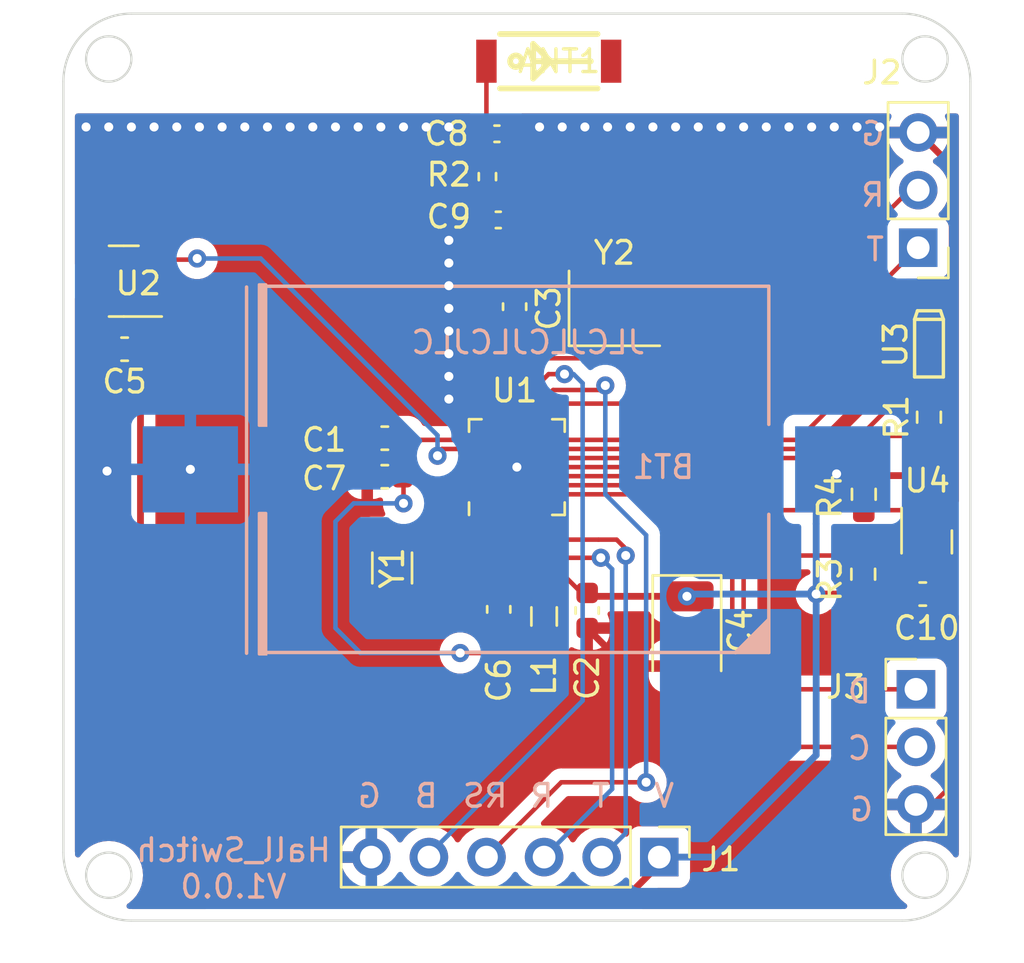
<source format=kicad_pcb>
(kicad_pcb (version 20211014) (generator pcbnew)
  (layers (0 "F.Cu" signal) (31 "B.Cu" signal) (34 "B.Paste" user) (35 "F.Paste" user) (36 "B.SilkS" user "B.Silkscreen") (37 "F.SilkS" user "F.Silkscreen") (38 "B.Mask" user) (39 "F.Mask" user) (44 "Edge.Cuts" user))
  (net 0 "")
  (net 1 "+3V3")
  (net 2 "GND")
  (net 3 "/VDCIA")
  (net 4 "/VINTA")
  (net 5 "/VSW")
  (net 6 "/PB11")
  (net 7 "/TMR1")
  (net 8 "/X32KO")
  (net 9 "/X32KI")
  (net 10 "/RX1")
  (net 11 "/TX1")
  (net 12 "/SWCLK")
  (net 13 "/SWDIO")
  (net 14 "/SDA")
  (net 15 "/SCL")
  (net 16 "/TX0")
  (net 17 "/RX0")
  (net 18 "/RST")
  (net 19 "/BOOT")
  (net 20 "/X32MO")
  (net 21 "/X32MI")
  (net 22 "Net-(ANT1-Pad1)")
  (net 23 "/PA4")
  (net 24 "/ADC1")
  (net 29 "Net-(U1-Pad21)")
  (footprint "Sensor_Humidity:Sensirion_DFN-4-1EP_2x2mm_P1mm_EP0.7x1.6mm" (layer "F.Cu") (at 154.075 129.8 -90)
    (fp_text reference "U4" (at -2.2 -0.025 180) (layer "F.SilkS"))
    (fp_text value "SHTC3")
    (fp_line (start 0 -1.11) (end 1 -1.11) (layer "F.SilkS") (width 0.12))
    (fp_line (start -1 1.11) (end 1 1.11) (layer "F.SilkS") (width 0.12))
    (pad "1" smd roundrect (at -0.925 -0.5 270) (size 0.55 0.35) (layers "F.Cu" "F.Mask") (net 1 "+3V3"))
    (pad "2" smd roundrect (at -0.925 0.5 270) (size 0.55 0.35) (layers "F.Cu" "F.Mask") (net 15 "/SCL"))
    (pad "3" smd roundrect (at 0.925 0.5 270) (size 0.55 0.35) (layers "F.Cu" "F.Mask") (net 14 "/SDA"))
    (pad "4" smd roundrect (at 0.925 -0.5 270) (size 0.55 0.35) (layers "F.Cu" "F.Mask") (net 2 "GND"))
    (pad "5" smd roundrect (at 0 0 270) (size 0.7 1.6) (layers "F.Cu" "F.Mask"))
  )
  (footprint "Package_DFN_QFN:QFN-28-1EP_4x4mm_P0.4mm_EP2.3x2.3mm" (layer "F.Cu") (at 136 127 90)
    (fp_text reference "U1" (at 3.375 -0.1) (layer "F.SilkS"))
    (fp_text value "CH582F")
    (fp_line (start -2.11 2.11) (end -2.11 1.56) (layer "F.SilkS") (width 0.12))
    (fp_line (start 1.56 -2.11) (end 2.11 -2.11) (layer "F.SilkS") (width 0.12))
    (fp_line (start 2.11 -2.11) (end 2.11 -1.56) (layer "F.SilkS") (width 0.12))
    (fp_line (start -1.56 -2.11) (end -2.11 -2.11) (layer "F.SilkS") (width 0.12))
    (fp_line (start -1.56 2.11) (end -2.11 2.11) (layer "F.SilkS") (width 0.12))
    (fp_line (start 2.11 2.11) (end 2.11 1.56) (layer "F.SilkS") (width 0.12))
    (fp_line (start 1.56 2.11) (end 2.11 2.11) (layer "F.SilkS") (width 0.12))
    (pad "1" smd roundrect (at -1.9375 -1.2 90) (size 0.825 0.2) (layers "F.Cu" "F.Paste" "F.Mask") (net 8 "/X32KO"))
    (pad "2" smd roundrect (at -1.9375 -0.8 90) (size 0.825 0.2) (layers "F.Cu" "F.Paste" "F.Mask") (net 9 "/X32KI"))
    (pad "3" smd roundrect (at -1.9375 -0.4 90) (size 0.825 0.2) (layers "F.Cu" "F.Paste" "F.Mask") (net 3 "/VDCIA"))
    (pad "4" smd roundrect (at -1.9375 0 90) (size 0.825 0.2) (layers "F.Cu" "F.Paste" "F.Mask") (net 5 "/VSW"))
    (pad "5" smd roundrect (at -1.9375 0.4 90) (size 0.825 0.2) (layers "F.Cu" "F.Paste" "F.Mask") (net 1 "+3V3"))
    (pad "6" smd roundrect (at -1.9375 0.8 90) (size 0.825 0.2) (layers "F.Cu" "F.Paste" "F.Mask") (net 10 "/RX1"))
    (pad "7" smd roundrect (at -1.9375 1.2 90) (size 0.825 0.2) (layers "F.Cu" "F.Paste" "F.Mask") (net 11 "/TX1"))
    (pad "8" smd roundrect (at -1.2 1.9375 90) (size 0.2 0.825) (layers "F.Cu" "F.Paste" "F.Mask") (net 12 "/SWCLK"))
    (pad "9" smd roundrect (at -0.8 1.9375 90) (size 0.2 0.825) (layers "F.Cu" "F.Paste" "F.Mask") (net 13 "/SWDIO"))
    (pad "10" smd roundrect (at -0.4 1.9375 90) (size 0.2 0.825) (layers "F.Cu" "F.Paste" "F.Mask") (net 14 "/SDA"))
    (pad "11" smd roundrect (at 0 1.9375 90) (size 0.2 0.825) (layers "F.Cu" "F.Paste" "F.Mask") (net 15 "/SCL"))
    (pad "12" smd roundrect (at 0.4 1.9375 90) (size 0.2 0.825) (layers "F.Cu" "F.Paste" "F.Mask") (net 6 "/PB11"))
    (pad "13" smd roundrect (at 0.8 1.9375 90) (size 0.2 0.825) (layers "F.Cu" "F.Paste" "F.Mask") (net 7 "/TMR1"))
    (pad "14" smd roundrect (at 1.2 1.9375 90) (size 0.2 0.825) (layers "F.Cu" "F.Paste" "F.Mask") (net 16 "/TX0"))
    (pad "15" smd roundrect (at 1.9375 1.2 90) (size 0.825 0.2) (layers "F.Cu" "F.Paste" "F.Mask") (net 17 "/RX0"))
    (pad "16" smd roundrect (at 1.9375 0.8 90) (size 0.825 0.2) (layers "F.Cu" "F.Paste" "F.Mask") (net 18 "/RST"))
    (pad "17" smd roundrect (at 1.9375 0.4 90) (size 0.825 0.2) (layers "F.Cu" "F.Paste" "F.Mask") (net 19 "/BOOT"))
    (pad "18" smd roundrect (at 1.9375 0 90) (size 0.825 0.2) (layers "F.Cu" "F.Paste" "F.Mask") (net 20 "/X32MO"))
    (pad "19" smd roundrect (at 1.9375 -0.4 90) (size 0.825 0.2) (layers "F.Cu" "F.Paste" "F.Mask") (net 21 "/X32MI"))
    (pad "20" smd roundrect (at 1.9375 -0.8 90) (size 0.825 0.2) (layers "F.Cu" "F.Paste" "F.Mask") (net 4 "/VINTA"))
    (pad "21" smd roundrect (at 1.9375 -1.2 90) (size 0.825 0.2) (layers "F.Cu" "F.Paste" "F.Mask") (net 29 "Net-(U1-Pad21)"))
    (pad "22" smd roundrect (at 1.2 -1.9375 90) (size 0.2 0.825) (layers "F.Cu" "F.Paste" "F.Mask") (net 3 "/VDCIA"))
    (pad "23" smd roundrect (at 0.8 -1.9375 90) (size 0.2 0.825) (layers "F.Cu" "F.Paste" "F.Mask") (net 23 "/PA4"))
    (pad "24" smd roundrect (at 0.4 -1.9375 90) (size 0.2 0.825) (layers "F.Cu" "F.Paste" "F.Mask") (net 24 "/ADC1"))
    (pad "25" smd roundrect (at 0 -1.9375 90) (size 0.2 0.825) (layers "F.Cu" "F.Paste" "F.Mask"))
    (pad "26" smd roundrect (at -0.4 -1.9375 90) (size 0.2 0.825) (layers "F.Cu" "F.Paste" "F.Mask"))
    (pad "27" smd roundrect (at -0.8 -1.9375 90) (size 0.2 0.825) (layers "F.Cu" "F.Paste" "F.Mask"))
    (pad "28" smd roundrect (at -1.2 -1.9375 90) (size 0.2 0.825) (layers "F.Cu" "F.Paste" "F.Mask"))
    (pad "29" smd rect (at 0 0 90) (size 2.3 2.3) (layers "F.Cu" "F.Mask") (net 2 "GND"))
  )
  (footprint "my_utils:CA-C03" (layer "F.Cu") (at 134.6565 108.1)
    (fp_text reference "ANT1" (at 1.3 1) (layer "F.SilkS") (effects (justify left)))
    (fp_text value "CrossAir_CA-C03")
    (fp_line (start 0.6 -0.2) (end 4.9 -0.2) (layer "F.SilkS") (width 0.254))
    (fp_line (start 2.824 1) (end 2.062 0.238) (layer "F.SilkS") (width 0.254))
    (fp_line (start 2.062 0.238) (end 2.062 1.762) (layer "F.SilkS") (width 0.254))
    (fp_line (start 0.6 2.2) (end 4.9 2.2) (layer "F.SilkS") (width 0.254))
    (fp_line (start 2.062 1.762) (end 2.824 1) (layer "F.SilkS") (width 0.254))
    (fp_line (start 2.062 1) (end 4.602 1) (layer "F.SilkS") (width 0.254))
    (fp_circle (center 1.3 1) (end 1.554 1) (layer "F.SilkS") (width 0.254) (fill none))
    (pad "1" smd rect (at 0 1) (size 0.9 1.9) (layers "F.Cu" "F.Paste" "F.Mask") (net 22 "Net-(ANT1-Pad1)"))
    (pad "2" smd rect (at 5.5 1) (size 0.9 1.9) (layers "F.Cu" "F.Paste" "F.Mask"))
  )
  (footprint "Connector_PinHeader_2.54mm:PinHeader_1x03_P2.54mm_Vertical" (layer "F.Cu") (at 153.6 136.8)
    (fp_text reference "J3" (at -3.1 -0.1) (layer "F.SilkS"))
    (fp_text value "Conn_01x03")
    (fp_line (start 1.33 1.27) (end 1.33 6.41) (layer "F.SilkS") (width 0.12))
    (fp_line (start -1.33 1.27) (end 1.33 1.27) (layer "F.SilkS") (width 0.12))
    (fp_line (start -1.33 -1.33) (end 0 -1.33) (layer "F.SilkS") (width 0.12))
    (fp_line (start -1.33 1.27) (end -1.33 6.41) (layer "F.SilkS") (width 0.12))
    (fp_line (start -1.33 0) (end -1.33 -1.33) (layer "F.SilkS") (width 0.12))
    (fp_line (start -1.33 6.41) (end 1.33 6.41) (layer "F.SilkS") (width 0.12))
    (pad "1" thru_hole rect (at 0 0) (size 1.7 1.7) (drill 1) (layers *.Cu *.Mask) (net 13 "/SWDIO"))
    (pad "2" thru_hole oval (at 0 2.54) (size 1.7 1.7) (drill 1) (layers *.Cu *.Mask) (net 12 "/SWCLK"))
    (pad "3" thru_hole oval (at 0 5.08) (size 1.7 1.7) (drill 1) (layers *.Cu *.Mask) (net 2 "GND"))
  )
  (footprint "Crystal:Crystal_SMD_3215-2Pin_3.2x1.5mm" (layer "F.Cu") (at 130.5 131.45 90)
    (fp_text reference "Y1" (at 0 0 90) (layer "F.SilkS"))
    (fp_text value "32k")
    (fp_line (start -0.675 0.875) (end 0.675 0.875) (layer "F.SilkS") (width 0.12))
    (fp_line (start -0.675 -0.875) (end 0.675 -0.875) (layer "F.SilkS") (width 0.12))
    (pad "1" smd rect (at 1.25 0 90) (size 1 1.8) (layers "F.Cu" "F.Paste" "F.Mask") (net 8 "/X32KO"))
    (pad "2" smd rect (at -1.25 0 90) (size 1 1.8) (layers "F.Cu" "F.Paste" "F.Mask") (net 9 "/X32KI"))
  )
  (footprint "Capacitor_SMD:C_0603_1608Metric" (layer "F.Cu") (at 153.9 132.6)
    (fp_text reference "C10" (at 0.175 1.5) (layer "F.SilkS"))
    (fp_text value "C")
    (fp_line (start -0.14058 -0.51) (end 0.14058 -0.51) (layer "F.SilkS") (width 0.12))
    (fp_line (start -0.14058 0.51) (end 0.14058 0.51) (layer "F.SilkS") (width 0.12))
    (pad "1" smd roundrect (at -0.775 0) (size 0.9 0.95) (layers "F.Cu" "F.Paste" "F.Mask") (net 1 "+3V3"))
    (pad "2" smd roundrect (at 0.775 0) (size 0.9 0.95) (layers "F.Cu" "F.Paste" "F.Mask") (net 2 "GND"))
  )
  (footprint "Capacitor_SMD:C_0603_1608Metric" (layer "F.Cu") (at 135.2 133.275 -90)
    (fp_text reference "C6" (at 3.125 0 90) (layer "F.SilkS"))
    (fp_text value "2.2uf")
    (fp_line (start -0.14058 0.51) (end 0.14058 0.51) (layer "F.SilkS") (width 0.12))
    (fp_line (start -0.14058 -0.51) (end 0.14058 -0.51) (layer "F.SilkS") (width 0.12))
    (pad "1" smd roundrect (at -0.775 0 270) (size 0.9 0.95) (layers "F.Cu" "F.Paste" "F.Mask") (net 3 "/VDCIA"))
    (pad "2" smd roundrect (at 0.775 0 270) (size 0.9 0.95) (layers "F.Cu" "F.Paste" "F.Mask") (net 2 "GND"))
  )
  (footprint "Capacitor_Tantalum_SMD:CP_EIA-3528-21_Kemet-B" (layer "F.Cu") (at 143.5 134.2375 -90)
    (fp_text reference "C4" (at 0 -2.35 90) (layer "F.SilkS"))
    (fp_text value "100uf")
    (fp_line (start 1.75 -1.51) (end -2.46 -1.51) (layer "F.SilkS") (width 0.12))
    (fp_line (start -2.46 -1.51) (end -2.46 1.51) (layer "F.SilkS") (width 0.12))
    (fp_line (start -2.46 1.51) (end 1.75 1.51) (layer "F.SilkS") (width 0.12))
    (pad "1" smd roundrect (at -1.5375 0 270) (size 1.325 2.35) (layers "F.Cu" "F.Paste" "F.Mask") (roundrect_rratio 0.1886792453) (net 1 "+3V3"))
    (pad "2" smd roundrect (at 1.5375 0 270) (size 1.325 2.35) (layers "F.Cu" "F.Paste" "F.Mask") (roundrect_rratio 0.1886792453) (net 2 "GND"))
  )
  (footprint "Resistor_SMD:R_0603_1608Metric" (layer "F.Cu") (at 151.3 128.2 -90)
    (fp_text reference "R4" (at 0.1 1.5 90) (layer "F.SilkS"))
    (fp_text value "10k")
    (fp_line (start -0.237258 -0.5225) (end 0.237258 -0.5225) (layer "F.SilkS") (width 0.12))
    (fp_line (start -0.237258 0.5225) (end 0.237258 0.5225) (layer "F.SilkS") (width 0.12))
    (pad "1" smd roundrect (at -0.825 0 270) (size 0.8 0.95) (layers "F.Cu" "F.Paste" "F.Mask") (net 1 "+3V3"))
    (pad "2" smd roundrect (at 0.825 0 270) (size 0.8 0.95) (layers "F.Cu" "F.Paste" "F.Mask") (net 15 "/SCL"))
  )
  (footprint "Capacitor_SMD:C_0603_1608Metric" (layer "F.Cu") (at 130.175 125.725)
    (fp_text reference "C1" (at -2.675 0.075) (layer "F.SilkS"))
    (fp_text value "0.1uf")
    (fp_line (start -0.14058 -0.51) (end 0.14058 -0.51) (layer "F.SilkS") (width 0.12))
    (fp_line (start -0.14058 0.51) (end 0.14058 0.51) (layer "F.SilkS") (width 0.12))
    (pad "1" smd roundrect (at -0.775 0) (size 0.9 0.95) (layers "F.Cu" "F.Paste" "F.Mask") (net 2 "GND"))
    (pad "2" smd roundrect (at 0.775 0) (size 0.9 0.95) (layers "F.Cu" "F.Paste" "F.Mask") (net 3 "/VDCIA"))
  )
  (footprint "Inductor_SMD:L_0805_2012Metric" (layer "F.Cu") (at 137.2 133.5875 -90)
    (fp_text reference "L1" (at 2.6125 0 90) (layer "F.SilkS"))
    (fp_text value "22uh")
    (fp_line (start -0.399622 0.56) (end 0.399622 0.56) (layer "F.SilkS") (width 0.12))
    (fp_line (start -0.399622 -0.56) (end 0.399622 -0.56) (layer "F.SilkS") (width 0.12))
    (pad "1" smd roundrect (at -1.0625 0 270) (size 0.875 1.2) (layers "F.Cu" "F.Paste" "F.Mask") (net 5 "/VSW"))
    (pad "2" smd roundrect (at 1.0625 0 270) (size 0.875 1.2) (layers "F.Cu" "F.Paste" "F.Mask") (net 3 "/VDCIA"))
  )
  (footprint "Capacitor_SMD:C_0603_1608Metric" (layer "F.Cu") (at 139.1 133.325 90)
    (fp_text reference "C2" (at -2.975 0 90) (layer "F.SilkS"))
    (fp_text value "2.2uf")
    (fp_line (start -0.14058 -0.51) (end 0.14058 -0.51) (layer "F.SilkS") (width 0.12))
    (fp_line (start -0.14058 0.51) (end 0.14058 0.51) (layer "F.SilkS") (width 0.12))
    (pad "1" smd roundrect (at -0.775 0 90) (size 0.9 0.95) (layers "F.Cu" "F.Paste" "F.Mask") (net 2 "GND"))
    (pad "2" smd roundrect (at 0.775 0 90) (size 0.9 0.95) (layers "F.Cu" "F.Paste" "F.Mask") (net 1 "+3V3"))
  )
  (footprint "Capacitor_SMD:C_0603_1608Metric" (layer "F.Cu") (at 118.7 121.8 180)
    (fp_text reference "C5" (at 0 -1.43) (layer "F.SilkS"))
    (fp_text value "0.1uf")
    (fp_line (start -0.14058 -0.51) (end 0.14058 -0.51) (layer "F.SilkS") (width 0.12))
    (fp_line (start -0.14058 0.51) (end 0.14058 0.51) (layer "F.SilkS") (width 0.12))
    (pad "1" smd roundrect (at -0.775 0 180) (size 0.9 0.95) (layers "F.Cu" "F.Paste" "F.Mask") (net 1 "+3V3"))
    (pad "2" smd roundrect (at 0.775 0 180) (size 0.9 0.95) (layers "F.Cu" "F.Paste" "F.Mask") (net 2 "GND"))
  )
  (footprint "Package_TO_SOT_SMD:SOT-23" (layer "F.Cu") (at 118.6625 118.8 180)
    (fp_text reference "U2" (at -0.6375 -0.1) (layer "F.SilkS"))
    (fp_text value "AH3661-HOLL")
    (fp_line (start 0 -1.56) (end 0.65 -1.56) (layer "F.SilkS") (width 0.12))
    (fp_line (start 0 1.56) (end -0.65 1.56) (layer "F.SilkS") (width 0.12))
    (fp_line (start 0 -1.56) (end -1.675 -1.56) (layer "F.SilkS") (width 0.12))
    (fp_line (start 0 1.56) (end 0.65 1.56) (layer "F.SilkS") (width 0.12))
    (pad "1" smd roundrect (at -0.9375 -0.95 180) (size 1.475 0.6) (layers "F.Cu" "F.Paste" "F.Mask") (net 1 "+3V3"))
    (pad "2" smd roundrect (at -0.9375 0.95 180) (size 1.475 0.6) (layers "F.Cu" "F.Paste" "F.Mask") (net 23 "/PA4"))
    (pad "3" smd roundrect (at 0.9375 0 180) (size 1.475 0.6) (layers "F.Cu" "F.Paste" "F.Mask") (net 2 "GND"))
  )
  (footprint "Resistor_SMD:R_0603_1608Metric" (layer "F.Cu") (at 154.175 124.8 90)
    (fp_text reference "R1" (at 0 -1.43 90) (layer "F.SilkS"))
    (fp_text value "1k")
    (fp_line (start -0.237258 0.5225) (end 0.237258 0.5225) (layer "F.SilkS") (width 0.12))
    (fp_line (start -0.237258 -0.5225) (end 0.237258 -0.5225) (layer "F.SilkS") (width 0.12))
    (pad "1" smd roundrect (at -0.825 0 90) (size 0.8 0.95) (layers "F.Cu" "F.Paste" "F.Mask") (net 6 "/PB11"))
    (pad "2" smd roundrect (at 0.825 0 90) (size 0.8 0.95) (layers "F.Cu" "F.Paste" "F.Mask") (net 7 "/TMR1"))
  )
  (footprint "Crystal:Crystal_SMD_3225-4Pin_3.2x2.5mm" (layer "F.Cu") (at 140.3 120)
    (fp_text reference "Y2" (at 0 -2.45) (layer "F.SilkS"))
    (fp_text value "32m")
    (fp_line (start -2 1.65) (end 2 1.65) (layer "F.SilkS") (width 0.12))
    (fp_line (start -2 -1.65) (end -2 1.65) (layer "F.SilkS") (width 0.12))
    (pad "1" smd rect (at -1.1 0.85) (size 1.4 1.2) (layers "F.Cu" "F.Paste" "F.Mask") (net 21 "/X32MI"))
    (pad "2" smd rect (at 1.1 0.85) (size 1.4 1.2) (layers "F.Cu" "F.Paste" "F.Mask") (net 2 "GND"))
    (pad "3" smd rect (at 1.1 -0.85) (size 1.4 1.2) (layers "F.Cu" "F.Paste" "F.Mask") (net 20 "/X32MO"))
    (pad "4" smd rect (at -1.1 -0.85) (size 1.4 1.2) (layers "F.Cu" "F.Paste" "F.Mask") (net 2 "GND"))
  )
  (footprint "Capacitor_SMD:C_0402_1005Metric" (layer "F.Cu") (at 135.18 116.1 180)
    (fp_text reference "C9" (at 2.18 0.141421) (layer "F.SilkS"))
    (fp_text value "TBD")
    (fp_line (start -0.107836 0.36) (end 0.107836 0.36) (layer "F.SilkS") (width 0.12))
    (fp_line (start -0.107836 -0.36) (end 0.107836 -0.36) (layer "F.SilkS") (width 0.12))
    (pad "1" smd roundrect (at -0.48 0 180) (size 0.56 0.62) (layers "F.Cu" "F.Paste" "F.Mask") (net 2 "GND"))
    (pad "2" smd roundrect (at 0.48 0 180) (size 0.56 0.62) (layers "F.Cu" "F.Paste" "F.Mask") (net 29 "Net-(U1-Pad21)"))
  )
  (footprint "Connector_PinHeader_2.54mm:PinHeader_1x03_P2.54mm_Vertical" (layer "F.Cu") (at 153.7 117.325 180)
    (fp_text reference "J2" (at 1.6 7.725) (layer "F.SilkS"))
    (fp_text value "Conn_01x03")
    (fp_line (start 1.33 1.27) (end 1.33 6.41) (layer "F.SilkS") (width 0.12))
    (fp_line (start -1.33 0) (end -1.33 -1.33) (layer "F.SilkS") (width 0.12))
    (fp_line (start -1.33 6.41) (end 1.33 6.41) (layer "F.SilkS") (width 0.12))
    (fp_line (start -1.33 1.27) (end 1.33 1.27) (layer "F.SilkS") (width 0.12))
    (fp_line (start -1.33 1.27) (end -1.33 6.41) (layer "F.SilkS") (width 0.12))
    (fp_line (start -1.33 -1.33) (end 0 -1.33) (layer "F.SilkS") (width 0.12))
    (pad "1" thru_hole rect (at 0 0 180) (size 1.7 1.7) (drill 1) (layers *.Cu *.Mask) (net 16 "/TX0"))
    (pad "2" thru_hole oval (at 0 2.54 180) (size 1.7 1.7) (drill 1) (layers *.Cu *.Mask) (net 17 "/RX0"))
    (pad "3" thru_hole oval (at 0 5.08 180) (size 1.7 1.7) (drill 1) (layers *.Cu *.Mask) (net 2 "GND"))
  )
  (footprint "Capacitor_SMD:C_0603_1608Metric" (layer "F.Cu") (at 130.175 127.425 180)
    (fp_text reference "C7" (at 2.675 -0.075) (layer "F.SilkS"))
    (fp_text value "2.2uf")
    (fp_line (start -0.14058 -0.51) (end 0.14058 -0.51) (layer "F.SilkS") (width 0.12))
    (fp_line (start -0.14058 0.51) (end 0.14058 0.51) (layer "F.SilkS") (width 0.12))
    (pad "1" smd roundrect (at -0.775 0 180) (size 0.9 0.95) (layers "F.Cu" "F.Paste" "F.Mask") (net 3 "/VDCIA"))
    (pad "2" smd roundrect (at 0.775 0 180) (size 0.9 0.95) (layers "F.Cu" "F.Paste" "F.Mask") (net 2 "GND"))
  )
  (footprint "my_utils:DFN-2L_L1.6-W0.8-P0.85-L" (layer "F.Cu") (at 154.175 121.883 90)
    (fp_text reference "U3" (at -0.817 -1.475 90) (layer "F.SilkS") (effects (justify left)))
    (fp_text value "NST1001")
    (fp_line (start 1.778 -0.508) (end 1.778 0.508) (layer "F.SilkS") (width 0.15))
    (fp_line (start -1.015 -0.635) (end 1.398 -0.635) (layer "F.SilkS") (width 0.15))
    (fp_line (start -1.142 -0.635) (end -1.015 -0.635) (layer "F.SilkS") (width 0.15))
    (fp_line (start 1.778 0.508) (end 1.398 0.635) (layer "F.SilkS") (width 0.15))
    (fp_line (start 1.398 -0.635) (end 1.778 -0.508) (layer "F.SilkS") (width 0.15))
    (fp_line (start 1.398 -0.635) (end 1.398 0.635) (layer "F.SilkS") (width 0.15))
    (fp_line (start 1.398 0.635) (end -1.142 0.635) (layer "F.SilkS") (width 0.15))
    (fp_line (start -1.142 0.635) (end -1.142 -0.635) (layer "F.SilkS") (width 0.15))
    (pad "1" smd rect locked (at -0.608 0 90) (size 0.6 0.85) (layers "F.Cu" "F.Paste" "F.Mask") (net 7 "/TMR1"))
    (pad "2" smd rect locked (at 0.608 0 90) (size 1.1 0.85) (layers "F.Cu" "F.Paste" "F.Mask") (net 2 "GND"))
  )
  (footprint "Capacitor_SMD:C_0603_1608Metric" (layer "F.Cu") (at 135.9 119.925 -90)
    (fp_text reference "C3" (at 0.075 -1.5 90) (layer "F.SilkS"))
    (fp_text value "2.2uf")
    (fp_line (start -0.14058 -0.51) (end 0.14058 -0.51) (layer "F.SilkS") (width 0.12))
    (fp_line (start -0.14058 0.51) (end 0.14058 0.51) (layer "F.SilkS") (width 0.12))
    (pad "1" smd roundrect (at -0.775 0 270) (size 0.9 0.95) (layers "F.Cu" "F.Paste" "F.Mask") (net 2 "GND"))
    (pad "2" smd roundrect (at 0.775 0 270) (size 0.9 0.95) (layers "F.Cu" "F.Paste" "F.Mask") (net 4 "/VINTA"))
  )
  (footprint "Capacitor_SMD:C_0402_1005Metric" (layer "F.Cu") (at 135.12 112.3 180)
    (fp_text reference "C8" (at 2.22 0) (layer "F.SilkS"))
    (fp_text value "TBD")
    (fp_line (start -0.107836 0.36) (end 0.107836 0.36) (layer "F.SilkS") (width 0.12))
    (fp_line (start -0.107836 -0.36) (end 0.107836 -0.36) (layer "F.SilkS") (width 0.12))
    (pad "1" smd roundrect (at -0.48 0 180) (size 0.56 0.62) (layers "F.Cu" "F.Paste" "F.Mask") (net 2 "GND"))
    (pad "2" smd roundrect (at 0.48 0 180) (size 0.56 0.62) (layers "F.Cu" "F.Paste" "F.Mask") (net 22 "Net-(ANT1-Pad1)"))
  )
  (footprint "Connector_PinHeader_2.54mm:PinHeader_1x06_P2.54mm_Vertical" (layer "F.Cu") (at 142.28 144.2 -90)
    (fp_text reference "J1" (at 0.1 -2.72 180) (layer "F.SilkS"))
    (fp_text value "Conn_01x06")
    (fp_line (start -1.33 0) (end -1.33 -1.33) (layer "F.SilkS") (width 0.12))
    (fp_line (start -1.33 1.27) (end 1.33 1.27) (layer "F.SilkS") (width 0.12))
    (fp_line (start -1.33 14.03) (end 1.33 14.03) (layer "F.SilkS") (width 0.12))
    (fp_line (start 1.33 1.27) (end 1.33 14.03) (layer "F.SilkS") (width 0.12))
    (fp_line (start -1.33 -1.33) (end 0 -1.33) (layer "F.SilkS") (width 0.12))
    (fp_line (start -1.33 1.27) (end -1.33 14.03) (layer "F.SilkS") (width 0.12))
    (pad "1" thru_hole rect (at 0 0 270) (size 1.7 1.7) (drill 1) (layers *.Cu *.Mask) (net 1 "+3V3"))
    (pad "2" thru_hole oval (at 0 2.54 270) (size 1.7 1.7) (drill 1) (layers *.Cu *.Mask) (net 11 "/TX1"))
    (pad "3" thru_hole oval (at 0 5.08 270) (size 1.7 1.7) (drill 1) (layers *.Cu *.Mask) (net 10 "/RX1"))
    (pad "4" thru_hole oval (at 0 7.62 270) (size 1.7 1.7) (drill 1) (layers *.Cu *.Mask) (net 18 "/RST"))
    (pad "5" thru_hole oval (at 0 10.16 270) (size 1.7 1.7) (drill 1) (layers *.Cu *.Mask) (net 19 "/BOOT"))
    (pad "6" thru_hole oval (at 0 12.7 270) (size 1.7 1.7) (drill 1) (layers *.Cu *.Mask) (net 2 "GND"))
  )
  (footprint "Resistor_SMD:R_0402_1005Metric" (layer "F.Cu") (at 134.7 114.19 -90)
    (fp_text reference "R2" (at -0.085735 1.7) (layer "F.SilkS"))
    (fp_text value "0r")
    (fp_line (start -0.153641 0.38) (end 0.153641 0.38) (layer "F.SilkS") (width 0.12))
    (fp_line (start -0.153641 -0.38) (end 0.153641 -0.38) (layer "F.SilkS") (width 0.12))
    (pad "1" smd roundrect (at -0.51 0 270) (size 0.54 0.64) (layers "F.Cu" "F.Paste" "F.Mask") (net 22 "Net-(ANT1-Pad1)"))
    (pad "2" smd roundrect (at 0.51 0 270) (size 0.54 0.64) (layers "F.Cu" "F.Paste" "F.Mask") (net 29 "Net-(U1-Pad21)"))
  )
  (footprint "Resistor_SMD:R_0603_1608Metric" (layer "F.Cu") (at 151.275 131.725 90)
    (fp_text reference "R3" (at -0.237258 -1.475 90) (layer "F.SilkS"))
    (fp_text value "10k")
    (fp_line (start -0.237258 0.5225) (end 0.237258 0.5225) (layer "F.SilkS") (width 0.12))
    (fp_line (start -0.237258 -0.5225) (end 0.237258 -0.5225) (layer "F.SilkS") (width 0.12))
    (pad "1" smd roundrect (at -0.825 0 90) (size 0.8 0.95) (layers "F.Cu" "F.Paste" "F.Mask") (net 1 "+3V3"))
    (pad "2" smd roundrect (at 0.825 0 90) (size 0.8 0.95) (layers "F.Cu" "F.Paste" "F.Mask") (net 14 "/SDA"))
  )
  (footprint "my_utils:BAT-TH_CR2032-BS-6-1" (layer "B.Cu") (at 135.985 127.1)
    (fp_text reference "BT1" (at 5.015 -0.1) (layer "B.SilkS") (effects (justify right mirror)))
    (fp_text value "Battery_Cell")
    (fp_line (start 9.64 8.076) (end 9.664 8.076) (layer "B.SilkS") (width 0.152))
    (fp_line (start 9.664 8.076) (end 11.126 6.614) (layer "B.SilkS") (width 0.152))
    (fp_line (start -11.906 8.11) (end -11.906 -8.042) (layer "B.SilkS") (width 0.152))
    (fp_line (start 11.126 -8.076) (end 11.126 -1.983) (layer "B.SilkS") (width 0.152))
    (fp_line (start -11.126 -8.076) (end 11.126 -8.076) (layer "B.SilkS") (width 0.152))
    (fp_line (start -11.126 8.076) (end 11.126 8.076) (layer "B.SilkS") (width 0.152))
    (fp_line (start 11.126 8.076) (end 11.126 1.983) (layer "B.SilkS") (width 0.152))
    (fp_poly (pts (xy -11.05 8.152) (xy -11.05 1.932) (xy -11.355 1.932) (xy -11.355 8.152)) (layer "B.SilkS") (width 0.12) (fill solid))
    (fp_poly (pts (xy -11.05 -8.152) (xy -11.05 -1.932) (xy -11.355 -1.932) (xy -11.355 -8.152)) (layer "B.SilkS") (width 0.12) (fill solid))
    (fp_poly (pts (xy 9.652 8.076) (xy 11.126 8.076) (xy 11.126 6.604)) (layer "B.SilkS") (width 0.12) (fill solid))
    (pad "1" smd rect locked (at 14.385 0) (size 4.2 3.8) (layers "B.Cu" "B.Paste" "B.Mask") (net 1 "+3V3"))
    (pad "2" smd rect locked (at -14.385 0) (size 4.2 3.8) (layers "B.Cu" "B.Paste" "B.Mask") (net 2 "GND"))
  )
  (gr_arc (start 119 147) (mid 116.87868 146.12132) (end 116 144) (layer "Edge.Cuts") (width 0.1))
  (gr_circle (center 154 109) (end 154 110) (layer "Edge.Cuts") (width 0.1) (fill none))
  (gr_line (start 116 144) (end 116 110) (layer "Edge.Cuts") (width 0.1))
  (gr_line (start 156 110) (end 156 144) (layer "Edge.Cuts") (width 0.1))
  (gr_line (start 153 147) (end 119 147) (layer "Edge.Cuts") (width 0.1))
  (gr_circle (center 118 145) (end 119 145) (layer "Edge.Cuts") (width 0.1) (fill none))
  (gr_line (start 119 107) (end 153 107) (layer "Edge.Cuts") (width 0.1))
  (gr_arc (start 153 107) (mid 155.12132 107.87868) (end 156 110) (layer "Edge.Cuts") (width 0.1))
  (gr_arc (start 116 110) (mid 116.87868 107.87868) (end 119 107) (layer "Edge.Cuts") (width 0.1))
  (gr_circle (center 118 109) (end 118 110) (layer "Edge.Cuts") (width 0.1) (fill none))
  (gr_arc (start 156 144) (mid 155.12132 146.12132) (end 153 147) (layer "Edge.Cuts") (width 0.1))
  (gr_circle (center 154 145) (end 154 146) (layer "Edge.Cuts") (width 0.1) (fill none))
  (gr_text "R" (at 151.7 115) (layer "B.SilkS") (effects (font (size 1 1)) (justify mirror)))
  (gr_text "G" (at 129.5 141.5) (layer "B.SilkS") (effects (font (size 1 1)) (justify mirror)))
  (gr_text "D" (at 151.1 136.9) (layer "B.SilkS") (effects (font (size 1 1)) (justify mirror)))
  (gr_text "RS" (at 134.6 141.5) (layer "B.SilkS") (effects (font (size 1 1)) (justify mirror)))
  (gr_text "C" (at 151.1 139.4) (layer "B.SilkS") (effects (font (size 1 1)) (justify mirror)))
  (gr_text "T" (at 139.7 141.5) (layer "B.SilkS") (effects (font (size 1 1)) (justify mirror)))
  (gr_text "G" (at 151.2 142.1) (layer "B.SilkS") (effects (font (size 1 1)) (justify mirror)))
  (gr_text "R" (at 137.1 141.5) (layer "B.SilkS") (effects (font (size 1 1)) (justify mirror)))
  (gr_text "JLCJLCJLCJLC\n" (at 136.5 121.5) (layer "B.SilkS") (effects (font (size 1 1)) (justify mirror)))
  (gr_text "V" (at 142.5 141.5) (layer "B.SilkS") (effects (font (size 1 1)) (justify mirror)))
  (gr_text "T" (at 151.8 117.4) (layer "B.SilkS") (effects (font (size 1 1)) (justify mirror)))
  (gr_text "Hall_Switch\nV1.0.0\n" (at 123.5 144.7) (layer "B.SilkS") (effects (font (size 1 1)) (justify mirror)))
  (gr_text "G\n" (at 151.7 112.3) (layer "B.SilkS") (effects (font (size 1 1)) (justify mirror)))
  (gr_text "B" (at 132 141.5) (layer "B.SilkS") (effects (font (size 1 1)) (justify mirror)))
  (segment (start 119.4 121.875) (end 119.4 142.4) (width 0.3) (layer "F.Cu") (net 1))
  (segment (start 151.225 127.3) (end 151.3 127.375) (width 0.3) (layer "F.Cu") (net 1))
  (segment (start 139.25 132.7) (end 139.1 132.55) (width 0.3) (layer "F.Cu") (net 1))
  (segment (start 119.475 121.8) (end 119.4 121.875) (width 0.2) (layer "F.Cu") (net 1))
  (segment (start 119.4 142.4) (end 123 146) (width 0.3) (layer "F.Cu") (net 1))
  (segment (start 151.275 132.55) (end 153.075 132.55) (width 0.2) (layer "F.Cu") (net 1))
  (segment (start 143.5 132.7) (end 139.25 132.7) (width 0.3) (layer "F.Cu") (net 1))
  (segment (start 138.85 132.55) (end 139.1 132.55) (width 0.2) (layer "F.Cu") (net 1))
  (segment (start 119.475 119.875) (end 119.6 119.75) (width 0.2) (layer "F.Cu") (net 1))
  (segment (start 150.1 127.3) (end 151.225 127.3) (width 0.3) (layer "F.Cu") (net 1))
  (segment (start 149.2 132.6) (end 151.225 132.6) (width 0.3) (layer "F.Cu") (net 1))
  (segment (start 154.575 128.175) (end 154.575 128.875) (width 0.3) (layer "F.Cu") (net 1))
  (segment (start 153.775 127.375) (end 154.575 128.175) (width 0.3) (layer "F.Cu") (net 1))
  (segment (start 119.475 121.8) (end 119.475 119.875) (width 0.2) (layer "F.Cu") (net 1))
  (segment (start 151.225 132.6) (end 151.275 132.55) (width 0.3) (layer "F.Cu") (net 1))
  (segment (start 151.3 127.375) (end 153.775 127.375) (width 0.3) (layer "F.Cu") (net 1))
  (segment (start 140.8 146) (end 142.28 144.52) (width 0.3) (layer "F.Cu") (net 1))
  (segment (start 153.075 132.55) (end 153.125 132.6) (width 0.2) (layer "F.Cu") (net 1))
  (segment (start 136.4 128.9375) (end 136.4 130.1) (width 0.2) (layer "F.Cu") (net 1))
  (segment (start 136.4 130.1) (end 138.85 132.55) (width 0.2) (layer "F.Cu") (net 1))
  (segment (start 142.28 144.52) (end 142.28 144.2) (width 0.2) (layer "F.Cu") (net 1))
  (segment (start 123 146) (end 140.8 146) (width 0.3) (layer "F.Cu") (net 1))
  (via (at 150.1 127.3) (size 0.8) (drill 0.4) (layers "F.Cu" "B.Cu") (net 1))
  (via (at 143.5 132.7) (size 0.8) (drill 0.4) (layers "F.Cu" "B.Cu") (net 1))
  (via (at 149.2 132.6) (size 0.8) (drill 0.4) (layers "F.Cu" "B.Cu") (net 1))
  (segment (start 150.37 127.1) (end 149.2 128.27) (width 0.3) (layer "B.Cu") (net 1))
  (segment (start 149.2 132.4) (end 149.2 132.6) (width 0.3) (layer "B.Cu") (net 1))
  (segment (start 144.7 144.2) (end 149.2 139.7) (width 0.3) (layer "B.Cu") (net 1))
  (segment (start 142.28 144.2) (end 144.7 144.2) (width 0.3) (layer "B.Cu") (net 1))
  (segment (start 143.6 132.6) (end 143.5 132.7) (width 0.3) (layer "B.Cu") (net 1))
  (segment (start 149.2 129.5) (end 149.2 132.4) (width 0.3) (layer "B.Cu") (net 1))
  (segment (start 149.2 139.7) (end 149.2 132.6) (width 0.3) (layer "B.Cu") (net 1))
  (segment (start 149.2 128.27) (end 149.2 129.5) (width 0.3) (layer "B.Cu") (net 1))
  (segment (start 149.2 132.6) (end 143.6 132.6) (width 0.3) (layer "B.Cu") (net 1))
  (segment (start 154.675 130.825) (end 154.575 130.725) (width 0.2) (layer "F.Cu") (net 2))
  (segment (start 135.9 119.15) (end 139.2 119.15) (width 0.2) (layer "F.Cu") (net 2))
  (segment (start 155.2 113.745) (end 153.7 112.245) (width 0.3) (layer "F.Cu") (net 2))
  (segment (start 135.9 119.15) (end 135.9 116.34) (width 0.2) (layer "F.Cu") (net 2))
  (segment (start 117.9 127.2) (end 117.925 127.175) (width 0.2) (layer "F.Cu") (net 2))
  (segment (start 135.9 116.34) (end 135.66 116.1) (width 0.2) (layer "F.Cu") (net 2))
  (segment (start 117.925 118.8625) (end 117.8625 118.8) (width 0.2) (layer "F.Cu") (net 2))
  (segment (start 121.6 127.1) (end 129.075 127.1) (width 0.3) (layer "F.Cu") (net 2))
  (segment (start 135.6 116.04) (end 135.66 116.1) (width 0.3) (layer "F.Cu") (net 2))
  (segment (start 143.5 135.775) (end 140.775 135.775) (width 0.3) (layer "F.Cu") (net 2))
  (segment (start 135.6 112.3) (end 135.6 116.04) (width 0.3) (layer "F.Cu") (net 2))
  (segment (start 154.675 132.6) (end 154.675 130.825) (width 0.2) (layer "F.Cu") (net 2))
  (segment (start 154.175 121.275) (end 155.2 120.25) (width 0.3) (layer "F.Cu") (net 2))
  (segment (start 155.2 120.25) (end 155.2 113.745) (width 0.3) (layer "F.Cu") (net 2))
  (segment (start 155.1 141.1) (end 154.32 141.88) (width 0.2) (layer "F.Cu") (net 2))
  (segment (start 117.925 121.8) (end 117.925 127.175) (width 0.2) (layer "F.Cu") (net 2))
  (segment (start 140.775 135.775) (end 139.1 134.1) (width 0.3) (layer "F.Cu") (net 2))
  (segment (start 129.075 127.1) (end 129.4 127.425) (width 0.3) (layer "F.Cu") (net 2))
  (segment (start 154.32 141.88) (end 153.6 141.88) (width 0.2) (layer "F.Cu") (net 2))
  (segment (start 129.4 127.425) (end 129.4 125.725) (width 0.2) (layer "F.Cu") (net 2))
  (segment (start 155.1 133.025) (end 155.1 141.1) (width 0.2) (layer "F.Cu") (net 2))
  (segment (start 117.925 121.8) (end 117.925 118.8625) (width 0.2) (layer "F.Cu") (net 2))
  (segment (start 154.675 132.6) (end 155.1 133.025) (width 0.2) (layer "F.Cu") (net 2))
  (via (at 133 118) (size 0.8) (drill 0.4) (layers "F.Cu" "B.Cu") (net 2))
  (via (at 133 121) (size 0.8) (drill 0.4) (layers "F.Cu" "B.Cu") (net 2))
  (via (at 117 112) (size 0.8) (drill 0.4) (layers "F.Cu" "B.Cu") (net 2))
  (via (at 137 112) (size 0.8) (drill 0.4) (layers "F.Cu" "B.Cu") (net 2))
  (via (at 133 120) (size 0.8) (drill 0.4) (layers "F.Cu" "B.Cu") (net 2))
  (via (at 122 112) (size 0.8) (drill 0.4) (layers "F.Cu" "B.Cu") (net 2))
  (via (at 129 112) (size 0.8) (drill 0.4) (layers "F.Cu" "B.Cu") (net 2))
  (via (at 125 112) (size 0.8) (drill 0.4) (layers "F.Cu" "B.Cu") (net 2))
  (via (at 121 112) (size 0.8) (drill 0.4) (layers "F.Cu" "B.Cu") (net 2))
  (via (at 132 112) (size 0.8) (drill 0.4) (layers "F.Cu" "B.Cu") (net 2))
  (via (at 145 112) (size 0.8) (drill 0.4) (layers "F.Cu" "B.Cu") (net 2))
  (via (at 119 112) (size 0.8) (drill 0.4) (layers "F.Cu" "B.Cu") (net 2))
  (via (at 138 112) (size 0.8) (drill 0.4) (layers "F.Cu" "B.Cu") (net 2))
  (via (at 147 112) (size 0.8) (drill 0.4) (layers "F.Cu" "B.Cu") (net 2))
  (via (at 140 112) (size 0.8) (drill 0.4) (layers "F.Cu" "B.Cu") (net 2))
  (via (at 133 124) (size 0.8) (drill 0.4) (layers "F.Cu" "B.Cu") (net 2))
  (via (at 144 112) (size 0.8) (drill 0.4) (layers "F.Cu" "B.Cu") (net 2))
  (via (at 152 112) (size 0.8) (drill 0.4) (layers "F.Cu" "B.Cu") (net 2))
  (via (at 150 112) (size 0.8) (drill 0.4) (layers "F.Cu" "B.Cu") (net 2))
  (via (at 120 112) (size 0.8) (drill 0.4) (layers "F.Cu" "B.Cu") (net 2))
  (via (at 133 112) (size 0.8) (drill 0.4) (layers "F.Cu" "B.Cu") (net 2))
  (via (at 136 127) (size 0.8) (drill 0.4) (layers "F.Cu" "B.Cu") (net 2))
  (via (at 131 112) (size 0.8) (drill 0.4) (layers "F.Cu" "B.Cu") (net 2))
  (via (at 146 112) (size 0.8) (drill 0.4) (layers "F.Cu" "B.Cu") (net 2))
  (via (at 121.6 127.1) (size 0.8) (drill 0.4) (layers "F.Cu" "B.Cu") (net 2))
  (via (at 128 112) (size 0.8) (drill 0.4) (layers "F.Cu" "B.Cu") (net 2))
  (via (at 141 112) (size 0.8) (drill 0.4) (layers "F.Cu" "B.Cu") (net 2))
  (via (at 151 112) (size 0.8) (drill 0.4) (layers "F.Cu" "B.Cu") (net 2))
  (via (at 118 112) (size 0.8) (drill 0.4) (layers "F.Cu" "B.Cu") (net 2))
  (via (at 126 112) (size 0.8) (drill 0.4) (layers "F.Cu" "B.Cu") (net 2))
  (via (at 142 112) (size 0.8) (drill 0.4) (layers "F.Cu" "B.Cu") (net 2))
  (via (at 143 112) (size 0.8) (drill 0.4) (layers "F.Cu" "B.Cu") (net 2))
  (via (at 133 117) (size 0.8) (drill 0.4) (layers "F.Cu" "B.Cu") (net 2))
  (via (at 133 122) (size 0.8) (drill 0.4) (layers "F.Cu" "B.Cu") (net 2))
  (via (at 117.925 127.175) (size 0.8) (drill 0.4) (layers "F.Cu" "B.Cu") (net 2))
  (via (at 123 112) (size 0.8) (drill 0.4) (layers "F.Cu" "B.Cu") (net 2))
  (via (at 124 112) (size 0.8) (drill 0.4) (layers "F.Cu" "B.Cu") (net 2))
  (via (at 149 112) (size 0.8) (drill 0.4) (layers "F.Cu" "B.Cu") (net 2))
  (via (at 139 112) (size 0.8) (drill 0.4) (layers "F.Cu" "B.Cu") (net 2))
  (via (at 133 119) (size 0.8) (drill 0.4) (layers "F.Cu" "B.Cu") (net 2))
  (via (at 130 112) (size 0.8) (drill 0.4) (layers "F.Cu" "B.Cu") (net 2))
  (via (at 148 112) (size 0.8) (drill 0.4) (layers "F.Cu" "B.Cu") (net 2))
  (via (at 133 123) (size 0.8) (drill 0.4) (layers "F.Cu" "B.Cu") (net 2))
  (via (at 127 112) (size 0.8) (drill 0.4) (layers "F.Cu" "B.Cu") (net 2))
  (segment (start 118 127.1) (end 121.6 127.1) (width 0.2) (layer "B.Cu") (net 2))
  (segment (start 117.925 127.175) (end 118 127.1) (width 0.2) (layer "B.Cu") (net 2))
  (segment (start 135.6 132.1) (end 135.2 132.5) (width 0.2) (layer "F.Cu") (net 3))
  (segment (start 131 127.475) (end 131 128.6) (width 0.2) (layer "F.Cu") (net 3))
  (segment (start 134.0625 125.8) (end 131.025 125.8) (width 0.2) (layer "F.Cu") (net 3))
  (segment (start 130.95 127.425) (end 131 127.475) (width 0.2) (layer "F.Cu") (net 3))
  (segment (start 137.2 134.65) (end 135.2 132.65) (width 0.2) (layer "F.Cu") (net 3))
  (segment (start 130.95 127.425) (end 130.95 125.725) (width 0.2) (layer "F.Cu") (net 3))
  (segment (start 135.2 132.65) (end 135.2 132.5) (width 0.2) (layer "F.Cu") (net 3))
  (segment (start 135.6 128.9375) (end 135.6 132.1) (width 0.2) (layer "F.Cu") (net 3))
  (segment (start 137.2 134.65) (end 136.65 135.2) (width 0.2) (layer "F.Cu") (net 3))
  (segment (start 133.7 135.2) (end 133.5 135.2) (width 0.2) (layer "F.Cu") (net 3))
  (segment (start 136.65 135.2) (end 133.7 135.2) (width 0.2) (layer "F.Cu") (net 3))
  (segment (start 131.025 125.8) (end 130.95 125.725) (width 0.2) (layer "F.Cu") (net 3))
  (via (at 131 128.6) (size 0.8) (drill 0.4) (layers "F.Cu" "B.Cu") (net 3))
  (via (at 133.5 135.2) (size 0.8) (drill 0.4) (layers "F.Cu" "B.Cu") (net 3))
  (segment (start 133.5 135.2) (end 129.1 135.2) (width 0.2) (layer "B.Cu") (net 3))
  (segment (start 128 129.4) (end 128.8 128.6) (width 0.2) (layer "B.Cu") (net 3))
  (segment (start 128.8 128.6) (end 131 128.6) (width 0.2) (layer "B.Cu") (net 3))
  (segment (start 128 134.1) (end 128 129.4) (width 0.2) (layer "B.Cu") (net 3))
  (segment (start 129.1 135.2) (end 128 134.1) (width 0.2) (layer "B.Cu") (net 3))
  (segment (start 135.2 121.7) (end 135.9 121) (width 0.2) (layer "F.Cu") (net 4))
  (segment (start 135.2 125.0625) (end 135.2 121.7) (width 0.2) (layer "F.Cu") (net 4))
  (segment (start 135.9 121) (end 135.9 120.7) (width 0.2) (layer "F.Cu") (net 4))
  (segment (start 136 128.9375) (end 136 131.3) (width 0.2) (layer "F.Cu") (net 5))
  (segment (start 137.2 132.5) (end 137.2 132.525) (width 0.2) (layer "F.Cu") (net 5))
  (segment (start 136 131.3) (end 137.2 132.5) (width 0.2) (layer "F.Cu") (net 5))
  (segment (start 150.743573 126.6) (end 151.718573 125.625) (width 0.2) (layer "F.Cu") (net 6))
  (segment (start 137.9375 126.6) (end 150.743573 126.6) (width 0.2) (layer "F.Cu") (net 6))
  (segment (start 151.718573 125.625) (end 154.175 125.625) (width 0.2) (layer "F.Cu") (net 6))
  (segment (start 150.578579 126.2) (end 152.803579 123.975) (width 0.2) (layer "F.Cu") (net 7))
  (segment (start 137.9375 126.2) (end 150.578579 126.2) (width 0.2) (layer "F.Cu") (net 7))
  (segment (start 152.803579 123.975) (end 154.175 123.975) (width 0.2) (layer "F.Cu") (net 7))
  (segment (start 154.175 123.975) (end 154.175 122.491) (width 0.2) (layer "F.Cu") (net 7))
  (segment (start 134.3 130.2) (end 134.8 129.7) (width 0.2) (layer "F.Cu") (net 8))
  (segment (start 134.8 129.7) (end 134.8 128.9375) (width 0.2) (layer "F.Cu") (net 8))
  (segment (start 130.5 130.2) (end 134.3 130.2) (width 0.2) (layer "F.Cu") (net 8))
  (segment (start 130.5 132.7) (end 132.9 132.7) (width 0.2) (layer "F.Cu") (net 9))
  (segment (start 135.2 130.4) (end 135.2 128.9375) (width 0.2) (layer "F.Cu") (net 9))
  (segment (start 132.9 132.7) (end 135.2 130.4) (width 0.2) (layer "F.Cu") (net 9))
  (segment (start 137.935006 131) (end 139.7 131) (width 0.2) (layer "F.Cu") (net 10))
  (segment (start 136.8 129.864994) (end 137.935006 131) (width 0.2) (layer "F.Cu") (net 10))
  (segment (start 136.8 128.9375) (end 136.8 129.864994) (width 0.2) (layer "F.Cu") (net 10))
  (via (at 139.7 131) (size 0.8) (drill 0.4) (layers "F.Cu" "B.Cu") (net 10))
  (segment (start 140.2 141.2) (end 137.2 144.2) (width 0.2) (layer "B.Cu") (net 10))
  (segment (start 140.2 131.5) (end 140.2 141.2) (width 0.2) (layer "B.Cu") (net 10))
  (segment (start 139.7 131) (end 140.2 131.5) (width 0.2) (layer "B.Cu") (net 10))
  (segment (start 140.7 130.5) (end 140.8 130.6) (width 0.2) (layer "F.Cu") (net 11))
  (segment (start 139.6 130.2) (end 140.4 130.2) (width 0.2) (layer "F.Cu") (net 11))
  (segment (start 140.8 130.6) (end 140.8 130.9) (width 0.2) (layer "F.Cu") (net 11))
  (segment (start 137.2 129.7) (end 137.6 130.1) (width 0.2) (layer "F.Cu") (net 11))
  (segment (start 140.4 130.2) (end 140.7 130.5) (width 0.2) (layer "F.Cu") (net 11))
  (segment (start 137.2 128.9375) (end 137.2 129.7) (width 0.2) (layer "F.Cu") (net 11))
  (segment (start 137.6 130.1) (end 137.7 130.2) (width 0.2) (layer "F.Cu") (net 11))
  (segment (start 137.7 130.2) (end 139.6 130.2) (width 0.2) (layer "F.Cu") (net 11))
  (via (at 140.8 130.9) (size 0.8) (drill 0.4) (layers "F.Cu" "B.Cu") (net 11))
  (segment (start 140.8 143.14) (end 139.74 144.2) (width 0.2) (layer "B.Cu") (net 11))
  (segment (start 140.8 130.9) (end 140.8 143.14) (width 0.2) (layer "B.Cu") (net 11))
  (segment (start 145.5 131.6) (end 145.5 136.8) (width 0.2) (layer "F.Cu") (net 12))
  (segment (start 148.04 139.34) (end 153.6 139.34) (width 0.2) (layer "F.Cu") (net 12))
  (segment (start 145.5 136.8) (end 148.04 139.34) (width 0.2) (layer "F.Cu") (net 12))
  (segment (start 142.1 128.2) (end 145.5 131.6) (width 0.2) (layer "F.Cu") (net 12))
  (segment (start 137.9375 128.2) (end 142.1 128.2) (width 0.2) (layer "F.Cu") (net 12))
  (segment (start 142.3 127.8) (end 146 131.5) (width 0.2) (layer "F.Cu") (net 13))
  (segment (start 146 136.1) (end 146.7 136.8) (width 0.2) (layer "F.Cu") (net 13))
  (segment (start 146.7 136.8) (end 153.6 136.8) (width 0.2) (layer "F.Cu") (net 13))
  (segment (start 146 131.5) (end 146 136.1) (width 0.2) (layer "F.Cu") (net 13))
  (segment (start 137.9375 127.8) (end 142.3 127.8) (width 0.2) (layer "F.Cu") (net 13))
  (segment (start 153.4 130.9) (end 153.575 130.725) (width 0.2) (layer "F.Cu") (net 14))
  (segment (start 137.9375 127.4) (end 142.6 127.4) (width 0.2) (layer "F.Cu") (net 14))
  (segment (start 142.6 127.4) (end 146.1 130.9) (width 0.2) (layer "F.Cu") (net 14))
  (segment (start 146.1 130.9) (end 151.275 130.9) (width 0.2) (layer "F.Cu") (net 14))
  (segment (start 151.275 130.9) (end 153.4 130.9) (width 0.2) (layer "F.Cu") (net 14))
  (segment (start 137.9375 127) (end 142.9 127) (width 0.2) (layer "F.Cu") (net 15))
  (segment (start 144.8 128.9) (end 151.275 128.9) (width 0.2) (layer "F.Cu") (net 15))
  (segment (start 151.275 128.9) (end 153.55 128.9) (width 0.2) (layer "F.Cu") (net 15))
  (segment (start 142.9 127) (end 144.8 128.9) (width 0.2) (layer "F.Cu") (net 15))
  (segment (start 153.55 128.9) (end 153.575 128.875) (width 0.2) (layer "F.Cu") (net 15))
  (segment (start 153.675 117.325) (end 153.7 117.325) (width 0.2) (layer "F.Cu") (net 16))
  (segment (start 150.9 123.3) (end 150.9 120.1) (width 0.2) (layer "F.Cu") (net 16))
  (segment (start 150.9 120.1) (end 153.675 117.325) (width 0.2) (layer "F.Cu") (net 16))
  (segment (start 148.4 125.8) (end 150.9 123.3) (width 0.2) (layer "F.Cu") (net 16))
  (segment (start 137.9375 125.8) (end 148.4 125.8) (width 0.2) (layer "F.Cu") (net 16))
  (segment (start 137.2 125.0625) (end 137.2 124.7) (width 0.2) (layer "F.Cu") (net 17))
  (segment (start 137.7 124.2) (end 149 124.2) (width 0.2) (layer "F.Cu") (net 17))
  (segment (start 150 123.2) (end 150 118.1) (width 0.2) (layer "F.Cu") (net 17))
  (segment (start 150 118.1) (end 153.315 114.785) (width 0.2) (layer "F.Cu") (net 17))
  (segment (start 137.2 124.7) (end 137.7 124.2) (width 0.2) (layer "F.Cu") (net 17))
  (segment (start 153.315 114.785) (end 153.7 114.785) (width 0.2) (layer "F.Cu") (net 17))
  (segment (start 149 124.2) (end 150 123.2) (width 0.2) (layer "F.Cu") (net 17))
  (segment (start 137.6 123.6) (end 139.7005 123.6) (width 0.2) (layer "F.Cu") (net 18))
  (segment (start 139.7005 123.6) (end 139.9 123.4005) (width 0.2) (layer "F.Cu") (net 18))
  (segment (start 137.96 140.9) (end 141.7 140.9) (width 0.2) (layer "F.Cu") (net 18))
  (segment (start 136.8 125.0625) (end 136.8 124.4) (width 0.2) (layer "F.Cu") (net 18))
  (segment (start 136.8 124.4) (end 137.6 123.6) (width 0.2) (layer "F.Cu") (net 18))
  (segment (start 134.66 144.2) (end 137.96 140.9) (width 0.2) (layer "F.Cu") (net 18))
  (via (at 139.9 123.4005) (size 0.8) (drill 0.4) (layers "F.Cu" "B.Cu") (net 18))
  (via (at 141.7 140.9) (size 0.8) (drill 0.4) (layers "F.Cu" "B.Cu") (net 18))
  (segment (start 141.7 140.9) (end 141.7 130) (width 0.2) (layer "B.Cu") (net 18))
  (segment (start 139.9 128.2) (end 139.9 123.4005) (width 0.2) (layer "B.Cu") (net 18))
  (segment (start 141.7 130) (end 139.9 128.2) (width 0.2) (layer "B.Cu") (net 18))
  (segment (start 136.4 123.9) (end 137.4 122.9) (width 0.2) (layer "F.Cu") (net 19))
  (segment (start 136.4 125.0625) (end 136.4 123.9) (width 0.2) (layer "F.Cu") (net 19))
  (segment (start 137.4 122.9) (end 137.7 122.9) (width 0.2) (layer "F.Cu") (net 19))
  (segment (start 137.7 122.9) (end 138.1 122.9) (width 0.2) (layer "F.Cu") (net 19))
  (via (at 138.1 122.9) (size 0.8) (drill 0.4) (layers "F.Cu" "B.Cu") (net 19))
  (segment (start 138.1 122.9) (end 138.5 122.9) (width 0.2) (layer "B.Cu") (net 19))
  (segment (start 138.9 123.3) (end 138.9 137.3) (width 0.2) (layer "B.Cu") (net 19))
  (segment (start 138.9 137.3) (end 132.12 144.08) (width 0.2) (layer "B.Cu") (net 19))
  (segment (start 132.12 144.08) (end 132.12 144.2) (width 0.2) (layer "B.Cu") (net 19))
  (segment (start 138.5 122.9) (end 138.9 123.3) (width 0.2) (layer "B.Cu") (net 19))
  (segment (start 140.400489 121.548533) (end 140.400489 120.049511) (width 0.2) (layer "F.Cu") (net 20))
  (segment (start 141.3 119.15) (end 141.4 119.15) (width 0.2) (layer "F.Cu") (net 20))
  (segment (start 140.400489 120.049511) (end 141.3 119.15) (width 0.2) (layer "F.Cu") (net 20))
  (segment (start 139.749022 122.2) (end 140.400489 121.548533) (width 0.2) (layer "F.Cu") (net 20))
  (segment (start 136 125.0625) (end 136 123.2) (width 0.2) (layer "F.Cu") (net 20))
  (segment (start 137 122.2) (end 139.749022 122.2) (width 0.2) (layer "F.Cu") (net 20))
  (segment (start 136 123.2) (end 137 122.2) (width 0.2) (layer "F.Cu") (net 20))
  (segment (start 137.55 120.85) (end 139.2 120.85) (width 0.2) (layer "F.Cu") (net 21))
  (segment (start 135.6 122.8) (end 137.55 120.85) (width 0.2) (layer "F.Cu") (net 21))
  (segment (start 135.6 125.0625) (end 135.6 122.8) (width 0.2) (layer "F.Cu") (net 21))
  (segment (start 134.64 112.3) (end 134.6565 112.2835) (width 0.2) (layer "F.Cu") (net 22))
  (segment (start 134.7 112.36) (end 134.64 112.3) (width 0.2) (layer "F.Cu") (net 22))
  (segment (start 134.6565 112.2835) (end 134.6565 109.1) (width 0.2) (layer "F.Cu") (net 22))
  (segment (start 134.7 113.68) (end 134.7 112.36) (width 0.2) (layer "F.Cu") (net 22))
  (segment (start 132.5 126.4) (end 132.5 126.5) (width 0.2) (layer "F.Cu") (net 23))
  (segment (start 134.0625 126.2) (end 132.7 126.2) (width 0.2) (layer "F.Cu") (net 23))
  (segment (start 121.85 117.85) (end 121.9 117.8) (width 0.2) (layer "F.Cu") (net 23))
  (segment (start 119.7375 117.85) (end 121.85 117.85) (width 0.2) (layer "F.Cu") (net 23))
  (segment (start 132.7 126.2) (end 132.5 126.4) (width 0.2) (layer "F.Cu") (net 23))
  (via (at 132.5 126.5) (size 0.8) (drill 0.4) (layers "F.Cu" "B.Cu") (net 23))
  (via (at 121.9 117.8) (size 0.8) (drill 0.4) (layers "F.Cu" "B.Cu") (net 23))
  (segment (start 132.5 126.5) (end 132.5 125.6) (width 0.2) (layer "B.Cu") (net 23))
  (segment (start 132.5 125.6) (end 124.7 117.8) (width 0.2) (layer "B.Cu") (net 23))
  (segment (start 124.7 117.8) (end 121.9 117.8) (width 0.2) (layer "B.Cu") (net 23))
  (segment (start 134.8 125.0625) (end 134.8 116.2) (width 0.2) (layer "F.Cu") (net 29))
  (segment (start 134.8 116.2) (end 134.7 116.1) (width 0.2) (layer "F.Cu") (net 29))
  (segment (start 134.7 116.1) (end 134.7 114.7) (width 0.2) (layer "F.Cu") (net 29))
  (zone (net 2) (net_name "GND") (layers F&B.Cu) (connect_pads (clearance 0.508)) (min_thickness 0.254) (fill yes (thermal_gap 0.508) (thermal_bridge_width 0.508))
    (polygon (pts (xy 156 147) (xy 116 147) (xy 116 107) (xy 156 107)))
  )
  (zone (net 0) (net_name "") (layer "F.Cu") (connect_pads (clearance 0)) (min_thickness 0.254)
    (keepout (tracks allowed) (vias allowed) (pads allowed) (copperpour not_allowed) (footprints allowed))
    (fill (thermal_gap 0.508) (thermal_bridge_width 0.508))
    (polygon (pts (xy 120.6 120.5) (xy 116.8 120.5) (xy 116.8 117.1) (xy 120.6 117.1)))
  )
  (zone (net 0) (net_name "") (layers F&B.Cu) (connect_pads (clearance 0)) (min_thickness 0.254)
    (keepout (tracks allowed) (vias allowed) (pads allowed) (copperpour not_allowed) (footprints allowed))
    (fill (thermal_gap 0.508) (thermal_bridge_width 0.508))
    (polygon (pts (xy 155.9 106.8) (xy 156 111.4) (xy 116 111.4) (xy 116.1 106.4)))
  )
  (zone (net 0) (net_name "") (layer "F.Cu") (connect_pads (clearance 0)) (min_thickness 0.254)
    (keepout (tracks allowed) (vias allowed) (pads allowed) (copperpour not_allowed) (footprints allowed))
    (fill (thermal_gap 0.508) (thermal_bridge_width 0.508))
    (polygon (pts (xy 131.9 133.5) (xy 129.1 133.5) (xy 129.1 129.2) (xy 131.9 129.2)))
  )
)
</source>
